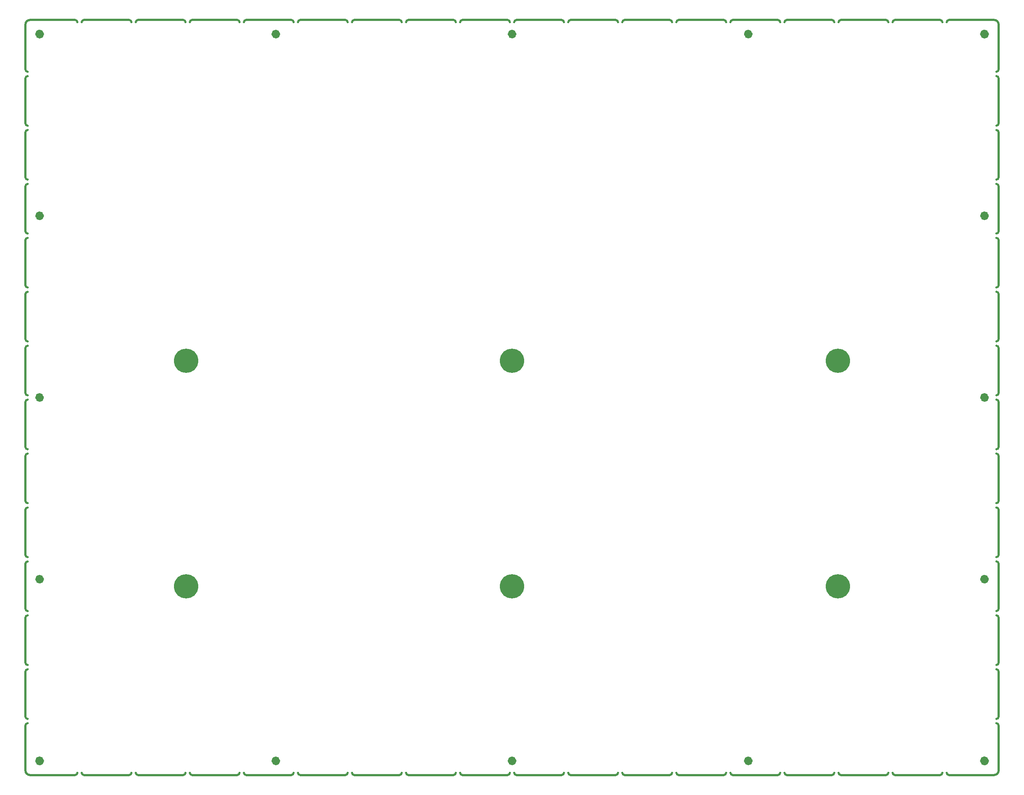
<source format=gbp>
G04 #@! TF.GenerationSoftware,KiCad,Pcbnew,7.0.9-7.0.9~ubuntu23.04.1*
G04 #@! TF.CreationDate,2023-12-05T01:13:06+00:00*
G04 #@! TF.ProjectId,stencil,7374656e-6369-46c2-9e6b-696361645f70,3.1.1*
G04 #@! TF.SameCoordinates,Original*
G04 #@! TF.FileFunction,Paste,Bot*
G04 #@! TF.FilePolarity,Positive*
%FSLAX46Y46*%
G04 Gerber Fmt 4.6, Leading zero omitted, Abs format (unit mm)*
G04 Created by KiCad (PCBNEW 7.0.9-7.0.9~ubuntu23.04.1) date 2023-12-05 01:13:06*
%MOMM*%
%LPD*%
G01*
G04 APERTURE LIST*
%ADD10C,0.500000*%
%ADD11C,1.050000*%
%ADD12C,1.000000*%
%ADD13C,5.600000*%
G04 APERTURE END LIST*
D10*
X137772157Y142494413D02*
G75*
G03*
X137272157Y141994385I28J-500028D01*
G01*
X175105489Y142494381D02*
G75*
G03*
X174605489Y141994385I-4J-499996D01*
G01*
X187549933Y-31505615D02*
X197994377Y-31505615D01*
X198494385Y130565785D02*
G75*
G03*
X198994385Y131065814I0J500000D01*
G01*
X174605485Y-31005615D02*
G75*
G03*
X175105489Y-31505615I500000J0D01*
G01*
X13327717Y142494385D02*
X23772161Y142494385D01*
X198994385Y141494385D02*
X198994385Y131065814D01*
X61105493Y-31505623D02*
G75*
G03*
X61605493Y-31005615I-8J500008D01*
G01*
X-25005615Y79351530D02*
X-25005615Y68922959D01*
X11327717Y-31505647D02*
G75*
G03*
X11827717Y-31005615I-32J500032D01*
G01*
D11*
X-21230615Y139244385D02*
G75*
G03*
X-21230615Y139244385I-525000J0D01*
G01*
D10*
X-11561171Y142494385D02*
X-1116727Y142494385D01*
X75549937Y142494433D02*
G75*
G03*
X75049937Y141994385I48J-500048D01*
G01*
X-24505615Y54994388D02*
G75*
G03*
X-25005615Y54494388I1J-500001D01*
G01*
X-13061175Y141994385D02*
G75*
G03*
X-13561171Y142494385I-500000J0D01*
G01*
X150216601Y142494369D02*
G75*
G03*
X149716601Y141994385I-16J-499984D01*
G01*
X198494385Y18708685D02*
G75*
G03*
X198994385Y19208675I0J500000D01*
G01*
X50161085Y-31005615D02*
G75*
G03*
X50661049Y-31505615I500000J0D01*
G01*
X198494385Y6280085D02*
G75*
G03*
X198994385Y6780104I0J500000D01*
G01*
X-25005615Y118637243D02*
G75*
G03*
X-24505615Y118137243I500001J1D01*
G01*
X198994343Y116637243D02*
G75*
G03*
X198494385Y117137243I-499958J42D01*
G01*
X-25005615Y68922959D02*
G75*
G03*
X-24505615Y68422959I500001J1D01*
G01*
X-25005615Y-5648467D02*
G75*
G03*
X-24505615Y-6148467I500001J1D01*
G01*
D12*
X141869385Y-28255615D02*
G75*
G03*
X141869385Y-28255615I-500000J0D01*
G01*
D10*
X24272185Y141994385D02*
G75*
G03*
X23772161Y142494385I-500000J0D01*
G01*
X100438825Y142494385D02*
X110883269Y142494385D01*
D12*
X87494385Y139244385D02*
G75*
G03*
X87494385Y139244385I-500000J0D01*
G01*
D10*
X186049885Y141994385D02*
G75*
G03*
X185549933Y142494385I-500000J0D01*
G01*
X-25005615Y141494385D02*
X-25005615Y131065814D01*
X50661049Y142494421D02*
G75*
G03*
X50161049Y141994385I36J-500036D01*
G01*
X-11561171Y-31505615D02*
X-1116727Y-31505615D01*
X37716585Y-31005615D02*
G75*
G03*
X38216605Y-31505615I500000J0D01*
G01*
X-24505615Y67422959D02*
G75*
G03*
X-25005615Y66922959I1J-500001D01*
G01*
X-25005615Y17208675D02*
X-25005615Y6780104D01*
X198994362Y-20077038D02*
G75*
G03*
X198494385Y-19577038I-499977J23D01*
G01*
D12*
X-21255615Y55494385D02*
G75*
G03*
X-21255615Y55494385I-500000J0D01*
G01*
X33119385Y139244385D02*
G75*
G03*
X33119385Y139244385I-500000J0D01*
G01*
D10*
X197994385Y-31505615D02*
G75*
G03*
X198994385Y-30505615I0J1000000D01*
G01*
X63105493Y-31505615D02*
X73549937Y-31505615D01*
X-25005615Y42065817D02*
X-25005615Y31637246D01*
X99938785Y-31005615D02*
G75*
G03*
X100438825Y-31505615I500000J0D01*
G01*
X25772161Y142494409D02*
G75*
G03*
X25272161Y141994385I24J-500024D01*
G01*
X75549937Y-31505615D02*
X85994381Y-31505615D01*
X61605485Y141994385D02*
G75*
G03*
X61105493Y142494385I-500000J0D01*
G01*
X110883269Y-31505599D02*
G75*
G03*
X111383269Y-31005615I16J499984D01*
G01*
X-25005615Y29637246D02*
X-25005615Y19208675D01*
X173105489Y-31505619D02*
G75*
G03*
X173605489Y-31005615I-4J500004D01*
G01*
X98438825Y-31505655D02*
G75*
G03*
X98938825Y-31005615I-40J500040D01*
G01*
X50661049Y-31505615D02*
X61105493Y-31505615D01*
X198494385Y105708685D02*
G75*
G03*
X198994385Y106208672I0J500000D01*
G01*
X175105489Y142494385D02*
X185549933Y142494385D01*
X198994385Y-20077038D02*
X198994385Y-30505609D01*
X883273Y142494385D02*
X11327717Y142494385D01*
X198994385Y4780104D02*
X198994385Y-5648467D01*
X123827685Y141994385D02*
G75*
G03*
X123327713Y142494385I-500000J0D01*
G01*
X198994430Y79351530D02*
G75*
G03*
X198494385Y79851530I-500045J-45D01*
G01*
X198994375Y17208675D02*
G75*
G03*
X198494385Y17708675I-499990J10D01*
G01*
X-25005615Y66922959D02*
X-25005615Y56494388D01*
X883273Y-31505615D02*
X11327717Y-31505615D01*
X198494385Y55994385D02*
G75*
G03*
X198994385Y56494388I0J500000D01*
G01*
X-25005615Y44065817D02*
G75*
G03*
X-24505615Y43565817I500001J1D01*
G01*
X-11561171Y142494391D02*
G75*
G03*
X-12061171Y141994385I6J-500006D01*
G01*
X198994385Y91780101D02*
X198994385Y81351530D01*
X198994385Y42065817D02*
X198994385Y31637246D01*
X38216605Y-31505615D02*
X48661049Y-31505615D01*
X198494385Y43565785D02*
G75*
G03*
X198994385Y44065817I0J500000D01*
G01*
X198994385Y129065814D02*
X198994385Y118637243D01*
X198994385Y104208672D02*
X198994385Y93780101D01*
X111383285Y141994385D02*
G75*
G03*
X110883269Y142494385I-500000J0D01*
G01*
X198994385Y54494388D02*
X198994385Y44065817D01*
X198994385Y116637243D02*
X198994385Y106208672D01*
X383285Y-31005615D02*
G75*
G03*
X883273Y-31505615I500000J0D01*
G01*
X100438825Y-31505615D02*
X110883269Y-31505615D01*
X62605485Y-31005615D02*
G75*
G03*
X63105493Y-31505615I500000J0D01*
G01*
X187549933Y142494337D02*
G75*
G03*
X187049933Y141994385I-48J-499952D01*
G01*
X135772157Y-31505587D02*
G75*
G03*
X136272157Y-31005615I28J499972D01*
G01*
X198994414Y129065814D02*
G75*
G03*
X198494385Y129565814I-500029J-29D01*
G01*
X-25005615Y-7648467D02*
X-25005615Y-18077038D01*
X-25005615Y-20077038D02*
X-25005615Y-30505609D01*
X-24505615Y117137243D02*
G75*
G03*
X-25005615Y116637243I1J-500001D01*
G01*
X98938785Y141994385D02*
G75*
G03*
X98438825Y142494385I-500000J0D01*
G01*
X-1116727Y-31505603D02*
G75*
G03*
X-616727Y-31005615I12J499988D01*
G01*
X149716585Y-31005615D02*
G75*
G03*
X150216601Y-31505615I500000J0D01*
G01*
X198994385Y29637246D02*
X198994385Y19208675D01*
X25272185Y-31005615D02*
G75*
G03*
X25772161Y-31505615I500000J0D01*
G01*
X124827685Y-31005615D02*
G75*
G03*
X125327713Y-31505615I500000J0D01*
G01*
X-24505615Y17708675D02*
G75*
G03*
X-25005615Y17208675I1J-500001D01*
G01*
X198994388Y54494388D02*
G75*
G03*
X198494385Y54994388I-500003J-3D01*
G01*
X175105489Y-31505615D02*
X185549933Y-31505615D01*
X-25005615Y31637246D02*
G75*
G03*
X-24505615Y31137246I500001J1D01*
G01*
X-25005615Y116637243D02*
X-25005615Y106208672D01*
X-25005615Y6780104D02*
G75*
G03*
X-24505615Y6280104I500001J1D01*
G01*
X112883269Y142494385D02*
X123327713Y142494385D01*
X49161085Y141994385D02*
G75*
G03*
X48661049Y142494385I-500000J0D01*
G01*
X198994385Y-7648467D02*
X198994385Y-18077038D01*
X-25005615Y129065814D02*
X-25005615Y118637243D01*
X-24005615Y142494385D02*
X-13561171Y142494385D01*
X-25005615Y104208672D02*
X-25005615Y93780101D01*
X162661045Y142494425D02*
G75*
G03*
X162161045Y141994385I40J-500040D01*
G01*
X112383285Y-31005615D02*
G75*
G03*
X112883269Y-31505615I500000J0D01*
G01*
X-24005615Y142494385D02*
G75*
G03*
X-25005615Y141494385I-1J-999999D01*
G01*
X11827685Y141994385D02*
G75*
G03*
X11327717Y142494385I-500000J0D01*
G01*
X-25005615Y131065814D02*
G75*
G03*
X-24505615Y130565814I500001J1D01*
G01*
X883273Y142494397D02*
G75*
G03*
X383273Y141994385I12J-500012D01*
G01*
D12*
X87494385Y-28255615D02*
G75*
G03*
X87494385Y-28255615I-500000J0D01*
G01*
D10*
X125327713Y142494357D02*
G75*
G03*
X124827713Y141994385I-28J-499972D01*
G01*
X198994385Y17208675D02*
X198994385Y6780104D01*
X160661045Y-31505575D02*
G75*
G03*
X161161045Y-31005615I40J499960D01*
G01*
X198994359Y66922959D02*
G75*
G03*
X198494385Y67422959I-499974J26D01*
G01*
X38216605Y142494385D02*
X48661049Y142494385D01*
X198494385Y-6148515D02*
G75*
G03*
X198994385Y-5648467I0J500000D01*
G01*
X-25005615Y19208675D02*
G75*
G03*
X-24505615Y18708675I500001J1D01*
G01*
X198994346Y29637246D02*
G75*
G03*
X198494385Y30137246I-499961J39D01*
G01*
X150216601Y142494385D02*
X160661045Y142494385D01*
X-24505615Y30137246D02*
G75*
G03*
X-25005615Y29637246I1J-500001D01*
G01*
X148216601Y-31505631D02*
G75*
G03*
X148716601Y-31005615I-16J500016D01*
G01*
D12*
X196244385Y13619385D02*
G75*
G03*
X196244385Y13619385I-500000J0D01*
G01*
D10*
X-25005615Y81351530D02*
G75*
G03*
X-24505615Y80851530I500001J1D01*
G01*
X198494385Y-18577015D02*
G75*
G03*
X198994385Y-18077038I0J500000D01*
G01*
X13327717Y-31505615D02*
X23772161Y-31505615D01*
X-24505615Y-7148467D02*
G75*
G03*
X-25005615Y-7648467I1J-500001D01*
G01*
X198994385Y66922959D02*
X198994385Y56494388D01*
X23772161Y-31505591D02*
G75*
G03*
X24272161Y-31005615I24J499976D01*
G01*
X162661045Y142494385D02*
X173105489Y142494385D01*
X162661045Y-31505615D02*
X173105489Y-31505615D01*
X198494385Y93280085D02*
G75*
G03*
X198994385Y93780101I0J500000D01*
G01*
X198994433Y-7648467D02*
G75*
G03*
X198494385Y-7148467I-500048J-48D01*
G01*
X48661049Y-31505579D02*
G75*
G03*
X49161049Y-31005615I36J499964D01*
G01*
D11*
X196269385Y139244385D02*
G75*
G03*
X196269385Y139244385I-525000J0D01*
G01*
D10*
X85994381Y-31505611D02*
G75*
G03*
X86494381Y-31005615I4J499996D01*
G01*
X13327717Y142494353D02*
G75*
G03*
X12827717Y141994385I-32J-499968D01*
G01*
X148716585Y141994385D02*
G75*
G03*
X148216601Y142494385I-500000J0D01*
G01*
X63105493Y142494385D02*
X73549937Y142494385D01*
X185549933Y-31505663D02*
G75*
G03*
X186049933Y-31005615I-48J500048D01*
G01*
X187049885Y-31005615D02*
G75*
G03*
X187549933Y-31505615I500000J0D01*
G01*
X198494385Y31137285D02*
G75*
G03*
X198994385Y31637246I0J500000D01*
G01*
X123327713Y-31505643D02*
G75*
G03*
X123827713Y-31005615I-28J500028D01*
G01*
D12*
X33119385Y-28255615D02*
G75*
G03*
X33119385Y-28255615I-500000J0D01*
G01*
D10*
X125327713Y-31505615D02*
X135772157Y-31505615D01*
X112883269Y142494401D02*
G75*
G03*
X112383269Y141994385I16J-500016D01*
G01*
X198994417Y42065817D02*
G75*
G03*
X198494385Y42565817I-500032J-32D01*
G01*
X50661049Y142494385D02*
X61105493Y142494385D01*
X187549933Y142494385D02*
X197994377Y142494385D01*
X137772157Y142494385D02*
X148216601Y142494385D01*
X12827685Y-31005615D02*
G75*
G03*
X13327717Y-31505615I500000J0D01*
G01*
X-12061165Y-31005615D02*
G75*
G03*
X-11561171Y-31505615I500000J0D01*
G01*
X-24505615Y79851530D02*
G75*
G03*
X-25005615Y79351530I1J-500001D01*
G01*
X-25005615Y91780101D02*
X-25005615Y81351530D01*
X150216601Y-31505615D02*
X160661045Y-31505615D01*
D12*
X196244385Y55494385D02*
G75*
G03*
X196244385Y55494385I-500000J0D01*
G01*
D10*
X87994381Y-31505615D02*
X98438825Y-31505615D01*
X137272185Y-31005615D02*
G75*
G03*
X137772157Y-31505615I500000J0D01*
G01*
X75549937Y142494385D02*
X85994381Y142494385D01*
X74049985Y141994385D02*
G75*
G03*
X73549937Y142494385I-500000J0D01*
G01*
X-25005615Y56494388D02*
G75*
G03*
X-24505615Y55994388I500001J1D01*
G01*
D12*
X141869385Y139244385D02*
G75*
G03*
X141869385Y139244385I-500000J0D01*
G01*
D10*
X198494385Y68422985D02*
G75*
G03*
X198994385Y68922959I0J500000D01*
G01*
D11*
X-21230615Y-28255615D02*
G75*
G03*
X-21230615Y-28255615I-525000J0D01*
G01*
D10*
X-25005615Y-30505615D02*
G75*
G03*
X-24005615Y-31505615I999999J-1D01*
G01*
X-24505615Y129565814D02*
G75*
G03*
X-25005615Y129065814I1J-500001D01*
G01*
D11*
X196269385Y-28255615D02*
G75*
G03*
X196269385Y-28255615I-525000J0D01*
G01*
D10*
X-24505615Y-19577038D02*
G75*
G03*
X-25005615Y-20077038I1J-500001D01*
G01*
X73549937Y-31505567D02*
G75*
G03*
X74049937Y-31005615I48J499952D01*
G01*
X-24005615Y-31505615D02*
X-13561171Y-31505615D01*
X125327713Y142494385D02*
X135772157Y142494385D01*
X198994372Y104208672D02*
G75*
G03*
X198494385Y104708672I-499987J13D01*
G01*
D12*
X-21255615Y13619385D02*
G75*
G03*
X-21255615Y13619385I-500000J0D01*
G01*
D10*
X162161085Y-31005615D02*
G75*
G03*
X162661045Y-31505615I500000J0D01*
G01*
X136272185Y141994385D02*
G75*
G03*
X135772157Y142494385I-500000J0D01*
G01*
X63105493Y142494377D02*
G75*
G03*
X62605493Y141994385I-8J-499992D01*
G01*
X198994385Y141494385D02*
G75*
G03*
X197994385Y142494385I-1000000J0D01*
G01*
X198994401Y91780101D02*
G75*
G03*
X198494385Y92280101I-500016J-16D01*
G01*
X-13561171Y-31505619D02*
G75*
G03*
X-13061171Y-31005615I-4J500004D01*
G01*
X25772161Y-31505615D02*
X36216605Y-31505615D01*
X112883269Y-31505615D02*
X123327713Y-31505615D01*
X86494385Y141994385D02*
G75*
G03*
X85994381Y142494385I-500000J0D01*
G01*
X-25005615Y4780104D02*
X-25005615Y-5648467D01*
X-25005615Y106208672D02*
G75*
G03*
X-24505615Y105708672I500001J1D01*
G01*
D12*
X196244385Y97369385D02*
G75*
G03*
X196244385Y97369385I-500000J0D01*
G01*
D10*
X25772161Y142494385D02*
X36216605Y142494385D01*
X87994381Y142494389D02*
G75*
G03*
X87494381Y141994385I4J-500004D01*
G01*
X-24505615Y92280101D02*
G75*
G03*
X-25005615Y91780101I1J-500001D01*
G01*
X173605485Y141994385D02*
G75*
G03*
X173105489Y142494385I-500000J0D01*
G01*
X-25005615Y93780101D02*
G75*
G03*
X-24505615Y93280101I500001J1D01*
G01*
X198494385Y118137285D02*
G75*
G03*
X198994385Y118637243I0J500000D01*
G01*
X100438825Y142494345D02*
G75*
G03*
X99938825Y141994385I-40J-499960D01*
G01*
X198494385Y80851485D02*
G75*
G03*
X198994385Y81351530I0J500000D01*
G01*
X-25005615Y-18077038D02*
G75*
G03*
X-24505615Y-18577038I500001J1D01*
G01*
D12*
X-21255615Y97369385D02*
G75*
G03*
X-21255615Y97369385I-500000J0D01*
G01*
D10*
X137772157Y-31505615D02*
X148216601Y-31505615D01*
X36716585Y141994385D02*
G75*
G03*
X36216605Y142494385I-500000J0D01*
G01*
X-25005615Y54494388D02*
X-25005615Y44065817D01*
X198994404Y4780104D02*
G75*
G03*
X198494385Y5280104I-500019J-19D01*
G01*
X-24505615Y5280104D02*
G75*
G03*
X-25005615Y4780104I1J-500001D01*
G01*
X38216605Y142494365D02*
G75*
G03*
X37716605Y141994385I-20J-499980D01*
G01*
X36216605Y-31505635D02*
G75*
G03*
X36716605Y-31005615I-20J500020D01*
G01*
X-24505615Y104708672D02*
G75*
G03*
X-25005615Y104208672I1J-500001D01*
G01*
X75049985Y-31005615D02*
G75*
G03*
X75549937Y-31505615I500000J0D01*
G01*
X87494385Y-31005615D02*
G75*
G03*
X87994381Y-31505615I500000J0D01*
G01*
X-24505615Y42565817D02*
G75*
G03*
X-25005615Y42065817I1J-500001D01*
G01*
X161161085Y141994385D02*
G75*
G03*
X160661045Y142494385I-500000J0D01*
G01*
X-616715Y141994385D02*
G75*
G03*
X-1116727Y142494385I-500000J0D01*
G01*
X87994381Y142494385D02*
X98438825Y142494385D01*
X198994385Y79351530D02*
X198994385Y68922959D01*
D13*
G04 #@! TO.C,H13*
X11994385Y11994385D03*
G04 #@! TD*
G04 #@! TO.C,H9*
X86994385Y63994385D03*
G04 #@! TD*
G04 #@! TO.C,H10*
X11994385Y63994385D03*
G04 #@! TD*
G04 #@! TO.C,H8*
X161994385Y63994385D03*
G04 #@! TD*
G04 #@! TO.C,H12*
X86994385Y11994385D03*
G04 #@! TD*
G04 #@! TO.C,H11*
X161994385Y11994385D03*
G04 #@! TD*
M02*

</source>
